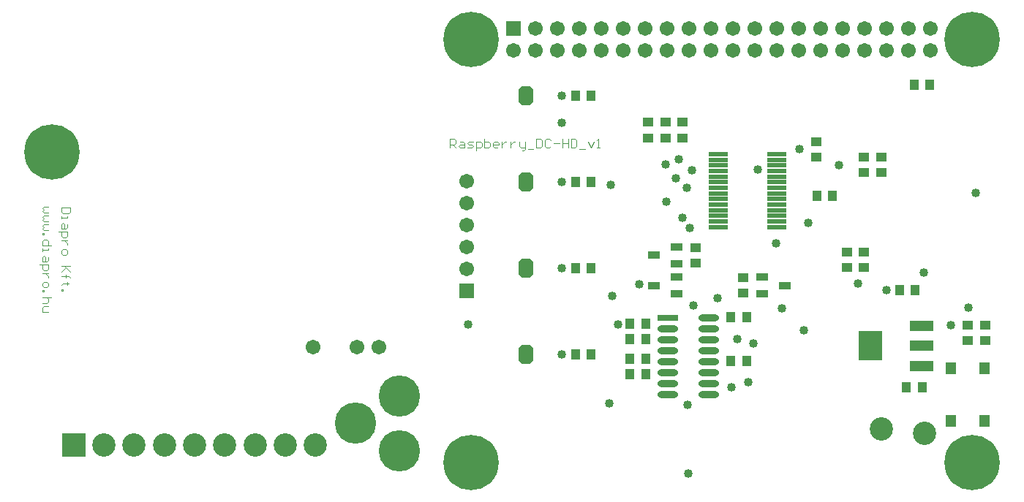
<source format=gts>
%FSTAX24Y24*%
%MOIN*%
G70*
G01*
G75*
G04 Layer_Color=8388736*
%ADD10R,0.1004X0.0374*%
%ADD11R,0.1004X0.1299*%
%ADD12R,0.0433X0.0453*%
%ADD13R,0.0472X0.0256*%
%ADD14R,0.0374X0.0315*%
%ADD15R,0.0315X0.0374*%
%ADD16R,0.0807X0.0157*%
%ADD17O,0.0866X0.0236*%
%ADD18R,0.0866X0.0236*%
%ADD19C,0.0200*%
%ADD20C,0.0150*%
%ADD21C,0.0100*%
%ADD22C,0.0300*%
%ADD23C,0.0039*%
%ADD24C,0.0591*%
%ADD25C,0.0984*%
%ADD26R,0.0984X0.0984*%
%ADD27C,0.1800*%
%ADD28R,0.0591X0.0591*%
%ADD29R,0.0591X0.0591*%
G04:AMPARAMS|DCode=30|XSize=78.7mil|YSize=60mil|CornerRadius=0mil|HoleSize=0mil|Usage=FLASHONLY|Rotation=270.000|XOffset=0mil|YOffset=0mil|HoleType=Round|Shape=Octagon|*
%AMOCTAGOND30*
4,1,8,-0.0150,-0.0394,0.0150,-0.0394,0.0300,-0.0244,0.0300,0.0244,0.0150,0.0394,-0.0150,0.0394,-0.0300,0.0244,-0.0300,-0.0244,-0.0150,-0.0394,0.0*
%
%ADD30OCTAGOND30*%

%ADD31C,0.0320*%
%ADD32C,0.2441*%
%ADD33R,0.0472X0.0728*%
%ADD34R,0.1084X0.0454*%
%ADD35R,0.1084X0.1379*%
%ADD36R,0.0513X0.0533*%
%ADD37R,0.0552X0.0336*%
%ADD38R,0.0454X0.0395*%
%ADD39R,0.0395X0.0454*%
%ADD40R,0.0887X0.0237*%
%ADD41O,0.0946X0.0316*%
%ADD42R,0.0946X0.0316*%
%ADD43C,0.0671*%
%ADD44C,0.1064*%
%ADD45R,0.1064X0.1064*%
%ADD46C,0.1880*%
%ADD47R,0.0671X0.0671*%
%ADD48R,0.0671X0.0671*%
G04:AMPARAMS|DCode=49|XSize=86.7mil|YSize=68mil|CornerRadius=0mil|HoleSize=0mil|Usage=FLASHONLY|Rotation=270.000|XOffset=0mil|YOffset=0mil|HoleType=Round|Shape=Octagon|*
%AMOCTAGOND49*
4,1,8,-0.0170,-0.0434,0.0170,-0.0434,0.0340,-0.0264,0.0340,0.0264,0.0170,0.0434,-0.0170,0.0434,-0.0340,0.0264,-0.0340,-0.0264,-0.0170,-0.0434,0.0*
%
%ADD49OCTAGOND49*%

%ADD50C,0.0400*%
%ADD51C,0.2521*%
D23*
X056607Y07943D02*
X05641D01*
X056344Y079365D01*
X05641Y079299D01*
X056344Y079234D01*
X05641Y079168D01*
X056607D01*
Y079037D02*
X05641D01*
X056344Y078971D01*
X05641Y078906D01*
X056344Y07884D01*
X05641Y078774D01*
X056607D01*
Y078643D02*
X05641D01*
X056344Y078578D01*
X05641Y078512D01*
X056344Y078446D01*
X05641Y078381D01*
X056607D01*
X056344Y07825D02*
X05641D01*
Y078184D01*
X056344D01*
Y07825D01*
X056738Y077659D02*
X056344D01*
Y077856D01*
X05641Y077922D01*
X056541D01*
X056607Y077856D01*
Y077659D01*
X056344Y077528D02*
Y077397D01*
Y077462D01*
X056607D01*
Y077528D01*
Y077134D02*
Y077003D01*
X056541Y076938D01*
X056344D01*
Y077134D01*
X05641Y0772D01*
X056476Y077134D01*
Y076938D01*
X056213Y076806D02*
X056607D01*
Y07661D01*
X056541Y076544D01*
X05641D01*
X056344Y07661D01*
Y076806D01*
X056607Y076413D02*
X056344D01*
X056476D01*
X056541Y076347D01*
X056607Y076282D01*
Y076216D01*
X056344Y075954D02*
Y075823D01*
X05641Y075757D01*
X056541D01*
X056607Y075823D01*
Y075954D01*
X056541Y076019D01*
X05641D01*
X056344Y075954D01*
Y075626D02*
X05641D01*
Y07556D01*
X056344D01*
Y075626D01*
X056738Y075298D02*
X056344D01*
X056541D01*
X056607Y075232D01*
Y075101D01*
X056541Y075035D01*
X056344D01*
X056607Y074904D02*
X05641D01*
X056344Y074839D01*
Y074642D01*
X056607D01*
X057597Y079414D02*
X057204D01*
Y079217D01*
X057269Y079151D01*
X057532D01*
X057597Y079217D01*
Y079414D01*
X057204Y07902D02*
Y078889D01*
Y078955D01*
X057466D01*
Y07902D01*
Y078627D02*
Y078495D01*
X0574Y07843D01*
X057204D01*
Y078627D01*
X057269Y078692D01*
X057335Y078627D01*
Y07843D01*
X057072Y078299D02*
X057466D01*
Y078102D01*
X0574Y078036D01*
X057269D01*
X057204Y078102D01*
Y078299D01*
X057466Y077905D02*
X057204D01*
X057335D01*
X0574Y077839D01*
X057466Y077774D01*
Y077708D01*
X057204Y077446D02*
Y077315D01*
X057269Y077249D01*
X0574D01*
X057466Y077315D01*
Y077446D01*
X0574Y077512D01*
X057269D01*
X057204Y077446D01*
X057597Y076724D02*
X057204D01*
X057335D01*
X057597Y076462D01*
X0574Y076659D01*
X057204Y076462D01*
Y076265D02*
X057532D01*
X0574D01*
Y076331D01*
Y0762D01*
Y076265D01*
X057532D01*
X057597Y0762D01*
X057532Y075937D02*
X057466D01*
Y076003D01*
Y075872D01*
Y075937D01*
X057269D01*
X057204Y075872D01*
Y075675D02*
X057269D01*
Y075609D01*
X057204D01*
Y075675D01*
X07492Y082133D02*
Y082526D01*
X075117D01*
X075182Y082461D01*
Y082329D01*
X075117Y082264D01*
X07492D01*
X075051D02*
X075182Y082133D01*
X075379Y082395D02*
X07551D01*
X075576Y082329D01*
Y082133D01*
X075379D01*
X075314Y082198D01*
X075379Y082264D01*
X075576D01*
X075707Y082133D02*
X075904D01*
X07597Y082198D01*
X075904Y082264D01*
X075773D01*
X075707Y082329D01*
X075773Y082395D01*
X07597D01*
X076101Y082001D02*
Y082395D01*
X076298D01*
X076363Y082329D01*
Y082198D01*
X076298Y082133D01*
X076101D01*
X076494Y082526D02*
Y082133D01*
X076691D01*
X076757Y082198D01*
Y082264D01*
Y082329D01*
X076691Y082395D01*
X076494D01*
X077085Y082133D02*
X076954D01*
X076888Y082198D01*
Y082329D01*
X076954Y082395D01*
X077085D01*
X07715Y082329D01*
Y082264D01*
X076888D01*
X077282Y082395D02*
Y082133D01*
Y082264D01*
X077347Y082329D01*
X077413Y082395D01*
X077478D01*
X077675D02*
Y082133D01*
Y082264D01*
X077741Y082329D01*
X077806Y082395D01*
X077872D01*
X078069D02*
Y082198D01*
X078134Y082133D01*
X078331D01*
Y082067D01*
X078265Y082001D01*
X0782D01*
X078331Y082133D02*
Y082395D01*
X078462Y082067D02*
X078725D01*
X078856Y082526D02*
Y082133D01*
X079053D01*
X079118Y082198D01*
Y082461D01*
X079053Y082526D01*
X078856D01*
X079512Y082461D02*
X079446Y082526D01*
X079315D01*
X079249Y082461D01*
Y082198D01*
X079315Y082133D01*
X079446D01*
X079512Y082198D01*
X079643Y082329D02*
X079905D01*
X080037Y082526D02*
Y082133D01*
Y082329D01*
X080299D01*
Y082526D01*
Y082133D01*
X08043Y082526D02*
Y082133D01*
X080627D01*
X080693Y082198D01*
Y082461D01*
X080627Y082526D01*
X08043D01*
X080824Y082067D02*
X081086D01*
X081217Y082395D02*
X081348Y082133D01*
X08148Y082395D01*
X081611Y082133D02*
X081742D01*
X081676D01*
Y082526D01*
X081611Y082461D01*
D34*
X096409Y072184D02*
D03*
Y07309D02*
D03*
Y073996D02*
D03*
D35*
X094067Y07309D02*
D03*
D36*
X099283Y072077D02*
D03*
Y069656D02*
D03*
X097748Y072077D02*
D03*
Y069656D02*
D03*
D37*
X09018Y075849D02*
D03*
X089135Y076223D02*
D03*
Y075475D02*
D03*
X084214Y077227D02*
D03*
X085259Y076853D02*
D03*
Y077601D02*
D03*
X084214Y075849D02*
D03*
X085259Y075475D02*
D03*
Y076223D02*
D03*
D38*
X094579Y081006D02*
D03*
Y081715D02*
D03*
X093791Y081006D02*
D03*
Y081715D02*
D03*
X085524Y08329D02*
D03*
Y082581D02*
D03*
X084736Y08329D02*
D03*
Y082581D02*
D03*
X083949Y08329D02*
D03*
Y082581D02*
D03*
X0916Y082402D02*
D03*
Y081693D02*
D03*
X099303Y074038D02*
D03*
Y073329D02*
D03*
X098516Y074038D02*
D03*
Y073329D02*
D03*
X086114Y076872D02*
D03*
Y077581D02*
D03*
X093791Y077384D02*
D03*
Y076676D02*
D03*
X093004Y077384D02*
D03*
Y076676D02*
D03*
X08828Y076203D02*
D03*
Y075494D02*
D03*
D39*
X083124Y074111D02*
D03*
X083832D02*
D03*
X083124Y071811D02*
D03*
X083832D02*
D03*
X08135Y072699D02*
D03*
X080642D02*
D03*
X08135Y076636D02*
D03*
X080642D02*
D03*
X08135Y080573D02*
D03*
X080642D02*
D03*
X08135Y08451D02*
D03*
X080642D02*
D03*
X092354Y079927D02*
D03*
X091646D02*
D03*
X095406Y075652D02*
D03*
X096114D02*
D03*
X095724Y07121D02*
D03*
X096432D02*
D03*
X088432Y074411D02*
D03*
X087724D02*
D03*
X083124Y073411D02*
D03*
X083832D02*
D03*
Y072511D02*
D03*
X083124D02*
D03*
X088432Y072411D02*
D03*
X087724D02*
D03*
X096074Y085D02*
D03*
X096782D02*
D03*
D40*
X089815Y078516D02*
D03*
Y078772D02*
D03*
Y079028D02*
D03*
Y079284D02*
D03*
Y07954D02*
D03*
Y079796D02*
D03*
Y080052D02*
D03*
Y080307D02*
D03*
Y080563D02*
D03*
Y080819D02*
D03*
Y081075D02*
D03*
Y081331D02*
D03*
Y081587D02*
D03*
Y081843D02*
D03*
X087138Y078516D02*
D03*
Y078772D02*
D03*
Y079028D02*
D03*
Y079284D02*
D03*
Y07954D02*
D03*
Y079796D02*
D03*
Y080052D02*
D03*
Y080307D02*
D03*
Y080563D02*
D03*
Y080819D02*
D03*
Y081075D02*
D03*
Y081331D02*
D03*
Y081587D02*
D03*
Y081843D02*
D03*
D41*
X084833Y070861D02*
D03*
X086723Y074361D02*
D03*
Y070861D02*
D03*
Y071361D02*
D03*
Y071861D02*
D03*
Y072361D02*
D03*
Y072861D02*
D03*
Y073361D02*
D03*
Y073861D02*
D03*
X084833Y071361D02*
D03*
Y071861D02*
D03*
Y072361D02*
D03*
Y072861D02*
D03*
Y073361D02*
D03*
Y073861D02*
D03*
D42*
Y074361D02*
D03*
D43*
X071669Y073032D02*
D03*
X070669D02*
D03*
X068669D02*
D03*
X077795Y086569D02*
D03*
X078795Y087569D02*
D03*
Y086569D02*
D03*
X079795Y087569D02*
D03*
Y086569D02*
D03*
X080795Y087569D02*
D03*
Y086569D02*
D03*
X081795Y087569D02*
D03*
Y086569D02*
D03*
X082795Y087569D02*
D03*
Y086569D02*
D03*
X083795Y087569D02*
D03*
Y086569D02*
D03*
X084795Y087569D02*
D03*
Y086569D02*
D03*
X085795Y087569D02*
D03*
Y086569D02*
D03*
X086795Y087569D02*
D03*
Y086569D02*
D03*
X087795Y087569D02*
D03*
Y086569D02*
D03*
X088795Y087569D02*
D03*
Y086569D02*
D03*
X089795Y087569D02*
D03*
Y086569D02*
D03*
X090795Y087569D02*
D03*
Y086569D02*
D03*
X091795Y087569D02*
D03*
Y086569D02*
D03*
X092795Y087569D02*
D03*
Y086569D02*
D03*
X093795Y087569D02*
D03*
Y086569D02*
D03*
X094795Y087569D02*
D03*
Y086569D02*
D03*
X095795Y087569D02*
D03*
Y086569D02*
D03*
X096795Y087569D02*
D03*
Y086569D02*
D03*
X075681Y080591D02*
D03*
Y079591D02*
D03*
Y078591D02*
D03*
Y077591D02*
D03*
Y076591D02*
D03*
D44*
X059146Y068565D02*
D03*
X061902D02*
D03*
X064657D02*
D03*
X066035D02*
D03*
X060524D02*
D03*
X067413D02*
D03*
X06328D02*
D03*
X068791D02*
D03*
X094569Y069301D02*
D03*
X096538Y069104D02*
D03*
D45*
X057768Y068565D02*
D03*
D46*
X072597Y070819D02*
D03*
Y068319D02*
D03*
X070597Y069569D02*
D03*
D47*
X077795Y087569D02*
D03*
D48*
X075681Y075591D02*
D03*
D49*
X078378Y072699D02*
D03*
X078378Y076636D02*
D03*
X078378Y080573D02*
D03*
Y08451D02*
D03*
D50*
X085748Y0704D02*
D03*
X085788Y06727D02*
D03*
X091035Y073819D02*
D03*
X075743Y074077D02*
D03*
X080012Y083268D02*
D03*
X090051Y074803D02*
D03*
X082177Y070472D02*
D03*
X080012Y072699D02*
D03*
X080012Y076636D02*
D03*
Y080573D02*
D03*
X080012Y08451D02*
D03*
X082571Y074077D02*
D03*
X08875Y073197D02*
D03*
X088Y073397D02*
D03*
X0965Y076447D02*
D03*
X0855Y078947D02*
D03*
X08225Y080447D02*
D03*
X09125Y078697D02*
D03*
X08473Y081377D02*
D03*
X08596Y081107D02*
D03*
X08775Y071197D02*
D03*
X0885Y071447D02*
D03*
X084778Y079669D02*
D03*
X086Y074947D02*
D03*
X08356Y075897D02*
D03*
X08977Y077767D02*
D03*
X087098Y075258D02*
D03*
X0948Y075647D02*
D03*
X09351Y075927D02*
D03*
X092646Y081331D02*
D03*
X09855Y074847D02*
D03*
X08586Y078487D02*
D03*
X09084Y082067D02*
D03*
X0823Y075377D02*
D03*
X08895Y081147D02*
D03*
X08535Y081597D02*
D03*
X085205Y080747D02*
D03*
X0857Y080297D02*
D03*
X09775Y074047D02*
D03*
X098878Y080069D02*
D03*
D51*
X056783Y081951D02*
D03*
X075878Y087069D02*
D03*
X098713Y067778D02*
D03*
X075878D02*
D03*
X098713Y087069D02*
D03*
M02*

</source>
